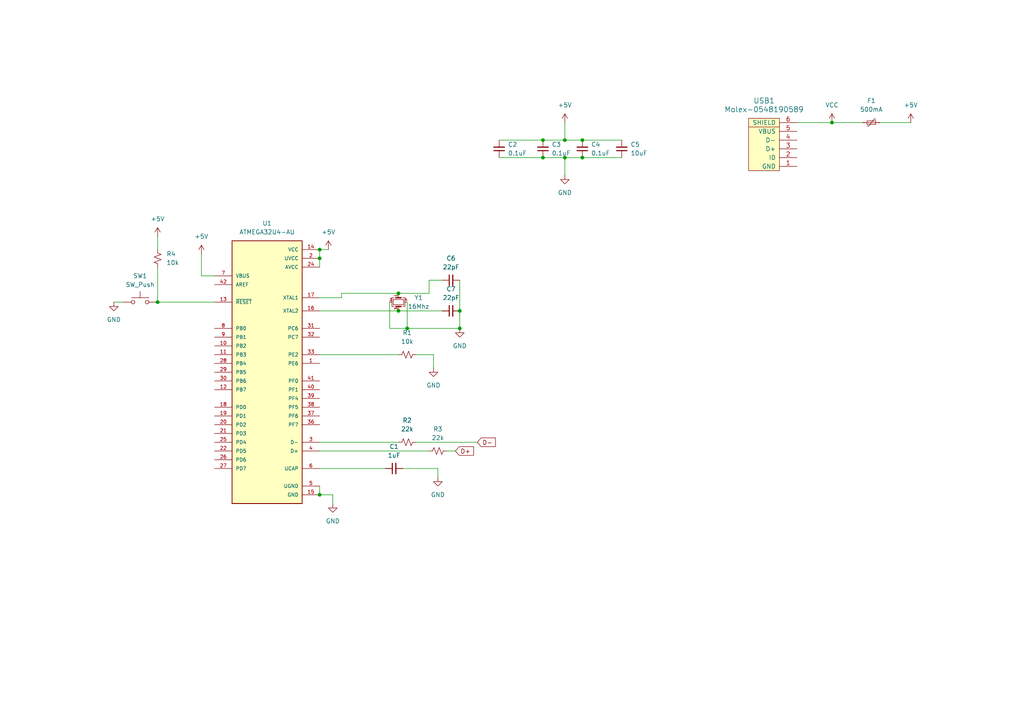
<source format=kicad_sch>
(kicad_sch (version 20231120) (generator "eeschema") (generator_version "8.0")
  (paper "A4")
  (lib_symbols
    (symbol "ATMEGA32U4-AU:ATMEGA32U4-AU" (pin_names (offset 1.016))
      (property "Reference" "U" (at -10.1752 39.4289 0))
      (property "Value" "ATMEGA32U4-AU" (at -10.1803 -41.9936 0))
      (symbol "ATMEGA32U4-AU_0_0"
        (rectangle (start -10.16 38.1) (end 10.16 -38.1) (stroke (width 0.254)) (fill (type background)))
        (pin bidirectional line (at 15.24 2.54 180) (length 5.08) (name "PE6") (number "1"))
        (pin bidirectional line (at -15.24 7.62 0) (length 5.08) (name "PB2") (number "10"))
        (pin bidirectional line (at -15.24 5.08 0) (length 5.08) (name "PB3") (number "11"))
        (pin bidirectional line (at -15.24 -5.08 0) (length 5.08) (name "PB7") (number "12"))
        (pin input line (at -15.24 20.32 0) (length 5.08) (name "~{RESET}") (number "13"))
        (pin power_in line (at 15.24 35.56 180) (length 5.08) (name "VCC") (number "14"))
        (pin power_in line (at 15.24 -35.56 180) (length 5.08) (name "GND") (number "15"))
        (pin output line (at 15.24 17.78 180) (length 5.08) (name "XTAL2") (number "16"))
        (pin input line (at 15.24 21.59 180) (length 5.08) (name "XTAL1") (number "17"))
        (pin bidirectional line (at -15.24 -10.16 0) (length 5.08) (name "PD0") (number "18"))
        (pin bidirectional line (at -15.24 -12.7 0) (length 5.08) (name "PD1") (number "19"))
        (pin power_in line (at 15.24 33.02 180) (length 5.08) (name "UVCC") (number "2"))
        (pin bidirectional line (at -15.24 -15.24 0) (length 5.08) (name "PD2") (number "20"))
        (pin bidirectional line (at -15.24 -17.78 0) (length 5.08) (name "PD3") (number "21"))
        (pin bidirectional line (at -15.24 -22.86 0) (length 5.08) (name "PD5") (number "22"))
        (pin power_in line (at 15.24 30.48 180) (length 5.08) (name "AVCC") (number "24"))
        (pin bidirectional line (at -15.24 -20.32 0) (length 5.08) (name "PD4") (number "25"))
        (pin bidirectional line (at -15.24 -25.4 0) (length 5.08) (name "PD6") (number "26"))
        (pin bidirectional line (at -15.24 -27.94 0) (length 5.08) (name "PD7") (number "27"))
        (pin bidirectional line (at -15.24 2.54 0) (length 5.08) (name "PB4") (number "28"))
        (pin bidirectional line (at -15.24 0 0) (length 5.08) (name "PB5") (number "29"))
        (pin bidirectional line (at 15.24 -20.32 180) (length 5.08) (name "D-") (number "3"))
        (pin bidirectional line (at -15.24 -2.54 0) (length 5.08) (name "PB6") (number "30"))
        (pin bidirectional line (at 15.24 12.7 180) (length 5.08) (name "PC6") (number "31"))
        (pin bidirectional line (at 15.24 10.16 180) (length 5.08) (name "PC7") (number "32"))
        (pin bidirectional line (at 15.24 5.08 180) (length 5.08) (name "PE2") (number "33"))
        (pin bidirectional line (at 15.24 -15.24 180) (length 5.08) (name "PF7") (number "36"))
        (pin bidirectional line (at 15.24 -12.7 180) (length 5.08) (name "PF6") (number "37"))
        (pin bidirectional line (at 15.24 -10.16 180) (length 5.08) (name "PF5") (number "38"))
        (pin bidirectional line (at 15.24 -7.62 180) (length 5.08) (name "PF4") (number "39"))
        (pin bidirectional line (at 15.24 -22.86 180) (length 5.08) (name "D+") (number "4"))
        (pin bidirectional line (at 15.24 -5.08 180) (length 5.08) (name "PF1") (number "40"))
        (pin bidirectional line (at 15.24 -2.54 180) (length 5.08) (name "PF0") (number "41"))
        (pin input line (at -15.24 25.4 0) (length 5.08) (name "AREF") (number "42"))
        (pin power_in line (at 15.24 -33.02 180) (length 5.08) (name "UGND") (number "5"))
        (pin passive line (at 15.24 -27.94 180) (length 5.08) (name "UCAP") (number "6"))
        (pin input line (at -15.24 27.94 0) (length 5.08) (name "VBUS") (number "7"))
        (pin bidirectional line (at -15.24 12.7 0) (length 5.08) (name "PB0") (number "8"))
        (pin bidirectional line (at -15.24 10.16 0) (length 5.08) (name "PB1") (number "9"))
      )
    )
    (symbol "Device:C_Small" (pin_numbers hide) (pin_names (offset 0.254) hide)
      (property "Reference" "C" (at 0.254 1.778 0))
      (property "Value" "C_Small" (at 0.254 -2.032 0))
      (symbol "C_Small_0_1"
        (polyline (pts (xy -1.524 -0.508) (xy 1.524 -0.508)) (stroke (width 0.3302)))
        (polyline (pts (xy -1.524 0.508) (xy 1.524 0.508)) (stroke (width 0.3048)))
      )
      (symbol "C_Small_1_1"
        (pin passive line (at 0 2.54 270) (length 2.032) (name "~") (number "1"))
        (pin passive line (at 0 -2.54 90) (length 2.032) (name "~") (number "2"))
      )
    )
    (symbol "Device:Crystal_GND24_Small" (pin_names (offset 1.016) hide)
      (property "Reference" "Y" (at 1.27 4.445 0))
      (property "Value" "Crystal_GND24_Small" (at 1.27 2.54 0))
      (symbol "Crystal_GND24_Small_0_1"
        (rectangle (start -0.762 -1.524) (end 0.762 1.524))
        (polyline (pts (xy -1.27 -0.762) (xy -1.27 0.762)) (stroke (width 0.381)))
        (polyline (pts (xy 1.27 -0.762) (xy 1.27 0.762)) (stroke (width 0.381)))
        (polyline (pts (xy -1.27 -1.27) (xy -1.27 -1.905) (xy 1.27 -1.905) (xy 1.27 -1.27)))
        (polyline (pts (xy -1.27 1.27) (xy -1.27 1.905) (xy 1.27 1.905) (xy 1.27 1.27)))
      )
      (symbol "Crystal_GND24_Small_1_1"
        (pin passive line (at -2.54 0 0) (length 1.27) (name "1") (number "1"))
        (pin passive line (at 0 -2.54 90) (length 0.635) (name "2") (number "2"))
        (pin passive line (at 2.54 0 180) (length 1.27) (name "3") (number "3"))
        (pin passive line (at 0 2.54 270) (length 0.635) (name "4") (number "4"))
      )
    )
    (symbol "Device:Polyfuse_Small" (pin_numbers hide) (pin_names (offset 0))
      (property "Reference" "F" (at -1.905 0 90))
      (property "Value" "Polyfuse_Small" (at 1.905 0 90))
      (symbol "Polyfuse_Small_0_1"
        (rectangle (start -0.508 1.27) (end 0.508 -1.27))
        (polyline (pts (xy 0 2.54) (xy 0 -2.54)))
        (polyline (pts (xy -1.016 1.27) (xy -1.016 0.762) (xy 1.016 -0.762) (xy 1.016 -1.27)))
      )
      (symbol "Polyfuse_Small_1_1"
        (pin passive line (at 0 2.54 270) (length 0.635) (name "~") (number "1"))
        (pin passive line (at 0 -2.54 90) (length 0.635) (name "~") (number "2"))
      )
    )
    (symbol "Device:R_Small_US" (pin_numbers hide) (pin_names (offset 0.254) hide)
      (property "Reference" "R" (at 0.762 0.508 0))
      (property "Value" "R_Small_US" (at 0.762 -1.016 0))
      (symbol "R_Small_US_1_1"
        (polyline (pts (xy 0 0) (xy 1.016 -0.381) (xy 0 -0.762) (xy -1.016 -1.143) (xy 0 -1.524)))
        (polyline (pts (xy 0 1.524) (xy 1.016 1.143) (xy 0 0.762) (xy -1.016 0.381) (xy 0 0)))
        (pin passive line (at 0 2.54 270) (length 1.016) (name "~") (number "1"))
        (pin passive line (at 0 -2.54 90) (length 1.016) (name "~") (number "2"))
      )
    )
    (symbol "Switch:SW_Push" (pin_numbers hide) (pin_names (offset 1.016) hide)
      (property "Reference" "SW" (at 1.27 2.54 0))
      (property "Value" "SW_Push" (at 0 -1.524 0))
      (symbol "SW_Push_0_1"
        (circle (center -2.032 0) (radius 0.508))
        (polyline (pts (xy 0 1.27) (xy 0 3.048)))
        (polyline (pts (xy 2.54 1.27) (xy -2.54 1.27)))
        (circle (center 2.032 0) (radius 0.508))
        (pin passive line (at -5.08 0 0) (length 2.54) (name "1") (number "1"))
        (pin passive line (at 5.08 0 180) (length 2.54) (name "2") (number "2"))
      )
    )
    (symbol "power:+5V" (power) (pin_numbers hide) (pin_names (offset 0) hide)
      (property "Value" "+5V" (at 0 3.556 0))
      (symbol "+5V_0_1"
        (polyline (pts (xy -0.762 1.27) (xy 0 2.54)))
        (polyline (pts (xy 0 0) (xy 0 2.54)))
        (polyline (pts (xy 0 2.54) (xy 0.762 1.27)))
      )
      (symbol "+5V_1_1"
        (pin power_in line (at 0 0 90) (length 0) (name "~") (number "1"))
      )
    )
    (symbol "power:GND" (power) (pin_numbers hide) (pin_names (offset 0) hide)
      (property "Value" "GND" (at 0 -3.81 0))
      (symbol "GND_0_1"
        (polyline (pts (xy 0 0) (xy 0 -1.27) (xy 1.27 -1.27) (xy 0 -2.54) (xy -1.27 -1.27) (xy 0 -1.27)))
      )
      (symbol "GND_1_1"
        (pin power_in line (at 0 0 270) (length 0) (name "~") (number "1"))
      )
    )
    (symbol "power:VCC" (power) (pin_numbers hide) (pin_names (offset 0) hide)
      (property "Value" "VCC" (at 0 3.556 0))
      (symbol "VCC_0_1"
        (polyline (pts (xy -0.762 1.27) (xy 0 2.54)))
        (polyline (pts (xy 0 0) (xy 0 2.54)))
        (polyline (pts (xy 0 2.54) (xy 0.762 1.27)))
      )
      (symbol "VCC_1_1"
        (pin power_in line (at 0 0 90) (length 0) (name "~") (number "1"))
      )
    )
    (symbol "random-keyboard-parts:Molex-0548190589" (pin_names (offset 1.016))
      (property "Reference" "USB" (at 0 7.62 0))
      (property "Value" "Molex-0548190589" (at 0 10.16 0))
      (symbol "Molex-0548190589_0_0"
        (polyline (pts (xy 6.35 -2.54) (xy 6.35 6.35)))
        (rectangle (start 8.89 -2.54) (end -6.35 6.35) (fill (type background)))
      )
      (symbol "Molex-0548190589_1_1"
        (pin input line (at -5.08 -7.62 90) (length 5.08) (name "GND") (number "1"))
        (pin input line (at -2.54 -7.62 90) (length 5.08) (name "ID") (number "2"))
        (pin input line (at 0 -7.62 90) (length 5.08) (name "D+") (number "3"))
        (pin input line (at 2.54 -7.62 90) (length 5.08) (name "D-") (number "4"))
        (pin input line (at 5.08 -7.62 90) (length 5.08) (name "VBUS") (number "5"))
        (pin input line (at 7.62 -7.62 90) (length 5.08) (name "SHIELD") (number "6"))
      )
    )
  )
  (junction (at 163.83 40.64))
  (junction (at 92.71 143.51))
  (junction (at 157.48 45.72))
  (junction (at 168.91 40.64))
  (junction (at 133.35 95.25))
  (junction (at 115.57 90.17))
  (junction (at 241.3 35.56))
  (junction (at 133.35 90.17))
  (junction (at 163.83 45.72))
  (junction (at 92.71 74.93))
  (junction (at 168.91 45.72))
  (junction (at 157.48 40.64))
  (junction (at 115.57 85.09))
  (junction (at 92.71 72.39))
  (junction (at 118.11 95.25))
  (junction (at 45.72 87.63))
  (wire (pts (xy 157.48 45.72) (xy 163.83 45.72)))
  (wire (pts (xy 115.57 85.09) (xy 124.46 85.09)))
  (wire (pts (xy 124.46 85.09) (xy 124.46 81.28)))
  (wire (pts (xy 92.71 90.17) (xy 115.57 90.17)))
  (wire (pts (xy 45.72 68.58) (xy 45.72 72.39)))
  (wire (pts (xy 168.91 45.72) (xy 180.34 45.72)))
  (wire (pts (xy 116.84 135.89) (xy 127 135.89)))
  (wire (pts (xy 127 135.89) (xy 127 138.43)))
  (wire (pts (xy 163.83 45.72) (xy 163.83 50.8)))
  (wire (pts (xy 118.11 95.25) (xy 113.03 95.25)))
  (wire (pts (xy 168.91 40.64) (xy 180.34 40.64)))
  (wire (pts (xy 163.83 35.56) (xy 163.83 40.64)))
  (wire (pts (xy 124.46 81.28) (xy 128.27 81.28)))
  (wire (pts (xy 133.35 81.28) (xy 133.35 90.17)))
  (wire (pts (xy 144.78 40.64) (xy 157.48 40.64)))
  (wire (pts (xy 113.03 87.63) (xy 113.03 95.25)))
  (wire (pts (xy 92.71 140.97) (xy 92.71 143.51)))
  (wire (pts (xy 125.73 102.87) (xy 125.73 106.68)))
  (wire (pts (xy 58.42 80.01) (xy 62.23 80.01)))
  (wire (pts (xy 92.71 72.39) (xy 92.71 74.93)))
  (wire (pts (xy 92.71 135.89) (xy 111.76 135.89)))
  (wire (pts (xy 96.52 143.51) (xy 96.52 146.05)))
  (wire (pts (xy 129.54 130.81) (xy 132.08 130.81)))
  (wire (pts (xy 92.71 74.93) (xy 92.71 77.47)))
  (wire (pts (xy 115.57 90.17) (xy 128.27 90.17)))
  (wire (pts (xy 45.72 87.63) (xy 62.23 87.63)))
  (wire (pts (xy 92.71 72.39) (xy 95.25 72.39)))
  (wire (pts (xy 241.3 35.56) (xy 250.19 35.56)))
  (wire (pts (xy 118.11 87.63) (xy 118.11 95.25)))
  (wire (pts (xy 255.27 35.56) (xy 264.16 35.56)))
  (wire (pts (xy 144.78 45.72) (xy 157.48 45.72)))
  (wire (pts (xy 163.83 45.72) (xy 168.91 45.72)))
  (wire (pts (xy 133.35 90.17) (xy 133.35 95.25)))
  (wire (pts (xy 92.71 86.36) (xy 99.06 86.36)))
  (wire (pts (xy 133.35 95.25) (xy 118.11 95.25)))
  (wire (pts (xy 99.06 86.36) (xy 99.06 85.09)))
  (wire (pts (xy 92.71 143.51) (xy 96.52 143.51)))
  (wire (pts (xy 92.71 102.87) (xy 115.57 102.87)))
  (wire (pts (xy 92.71 130.81) (xy 124.46 130.81)))
  (wire (pts (xy 231.14 35.56) (xy 241.3 35.56)))
  (wire (pts (xy 120.65 102.87) (xy 125.73 102.87)))
  (wire (pts (xy 33.02 87.63) (xy 35.56 87.63)))
  (wire (pts (xy 157.48 40.64) (xy 163.83 40.64)))
  (wire (pts (xy 58.42 73.66) (xy 58.42 80.01)))
  (wire (pts (xy 99.06 85.09) (xy 115.57 85.09)))
  (wire (pts (xy 45.72 77.47) (xy 45.72 87.63)))
  (wire (pts (xy 120.65 128.27) (xy 138.43 128.27)))
  (wire (pts (xy 92.71 128.27) (xy 115.57 128.27)))
  (wire (pts (xy 163.83 40.64) (xy 168.91 40.64)))
  (global_label "D+" (shape input) (at 132.08 130.81 0) (property "Intersheetrefs" "${INTERSHEET_REFS}" (effects (hide yes))))
  (global_label "D-" (shape input) (at 138.43 128.27 0) (property "Intersheetrefs" "${INTERSHEET_REFS}" (effects (hide yes))))
  (symbol (lib_id "Device:C_Small") (at 130.81 90.17 90) (unit 1)
    (property "Reference" "C7" (at 130.8163 83.82 90))
    (property "Value" "22pF" (at 130.8163 86.36 90))
    (property "Description" "Unpolarized capacitor, small symbol" (effects (hide yes)))
  )
  (symbol (lib_id "power:GND") (at 33.02 87.63 0) (unit 1)
    (property "Reference" "#PWR09" (effects (hide yes)))
    (property "Value" "GND" (at 33.02 92.71 0))
    (property "Description" "Power symbol creates a global label with name \"GND\" , ground" (effects (hide yes)))
  )
  (symbol (lib_id "power:VCC") (at 241.3 35.56 0) (unit 1)
    (property "Reference" "#PWR011" (effects (hide yes)))
    (property "Value" "VCC" (at 241.3 30.48 0))
    (property "Description" "Power symbol creates a global label with name \"VCC\"" (effects (hide yes)))
  )
  (symbol (lib_id "power:+5V") (at 45.72 68.58 0) (unit 1)
    (property "Reference" "#PWR010" (effects (hide yes)))
    (property "Value" "+5V" (at 45.72 63.5 0))
    (property "Description" "Power symbol creates a global label with name \"+5V\"" (effects (hide yes)))
  )
  (symbol (lib_id "power:GND") (at 96.52 146.05 0) (unit 1)
    (property "Reference" "#PWR02" (effects (hide yes)))
    (property "Value" "GND" (at 96.52 151.13 0))
    (property "Description" "Power symbol creates a global label with name \"GND\" , ground" (effects (hide yes)))
  )
  (symbol (lib_id "Device:R_Small_US") (at 127 130.81 90) (unit 1)
    (property "Reference" "R3" (at 127 124.46 90))
    (property "Value" "22k" (at 127 127 90))
    (property "Description" "Resistor, small US symbol" (effects (hide yes)))
  )
  (symbol (lib_id "Device:C_Small") (at 157.48 43.18 180) (unit 1)
    (property "Reference" "C3" (at 160.02 41.9035 0) (effects (justify right)))
    (property "Value" "0.1uF" (at 160.02 44.4435 0) (effects (justify right)))
    (property "Description" "Unpolarized capacitor, small symbol" (effects (hide yes)))
  )
  (symbol (lib_id "Device:R_Small_US") (at 118.11 128.27 90) (unit 1)
    (property "Reference" "R2" (at 118.11 121.92 90))
    (property "Value" "22k" (at 118.11 124.46 90))
    (property "Description" "Resistor, small US symbol" (effects (hide yes)))
  )
  (symbol (lib_id "Device:C_Small") (at 144.78 43.18 180) (unit 1)
    (property "Reference" "C2" (at 147.32 41.9035 0) (effects (justify right)))
    (property "Value" "0.1uF" (at 147.32 44.4435 0) (effects (justify right)))
    (property "Description" "Unpolarized capacitor, small symbol" (effects (hide yes)))
  )
  (symbol (lib_id "power:+5V") (at 58.42 73.66 0) (unit 1)
    (property "Reference" "#PWR07" (effects (hide yes)))
    (property "Value" "+5V" (at 58.42 68.58 0))
    (property "Description" "Power symbol creates a global label with name \"+5V\"" (effects (hide yes)))
  )
  (symbol (lib_id "Device:C_Small") (at 168.91 43.18 180) (unit 1)
    (property "Reference" "C4" (at 171.45 41.9035 0) (effects (justify right)))
    (property "Value" "0.1uF" (at 171.45 44.4435 0) (effects (justify right)))
    (property "Description" "Unpolarized capacitor, small symbol" (effects (hide yes)))
  )
  (symbol (lib_id "ATMEGA32U4-AU:ATMEGA32U4-AU") (at 77.47 107.95 0) (unit 1)
    (property "Reference" "U1" (at 77.47 64.77 0))
    (property "Value" "ATMEGA32U4-AU" (at 77.47 67.31 0))
    (property "Footprint" "ATMEGA32U4-AU:QFP80P1200X1200X120-44N" (effects (hide yes)))
    (property "MF" "Microchip" (effects (hide yes)))
    (property "Description_1" "\nMicrocontroller, USB controller 16/32K of ISP flash, TQFP44 industrial, 8-bit | Microchip Technology Inc. ATMEGA32U4-AU\n" (effects (hide yes)))
    (property "Package" "TQFP-44 Microchip" (effects (hide yes)))
    (property "Price" "None" (effects (hide yes)))
    (property "Check_prices" "https://www.snapeda.com/parts/ATMEGA32U4-AU/Microchip/view-part/?ref=eda" (effects (hide yes)))
    (property "SnapEDA_Link" "https://www.snapeda.com/parts/ATMEGA32U4-AU/Microchip/view-part/?ref=snap" (effects (hide yes)))
    (property "MP" "ATMEGA32U4-AU" (effects (hide yes)))
    (property "Purchase-URL" "https://www.snapeda.com/api/url_track_click_mouser/?unipart_id=50641&manufacturer=Microchip&part_name=ATMEGA32U4-AU&search_term=None" (effects (hide yes)))
    (property "Availability" "In Stock" (effects (hide yes)))
    (property "MANUFACTURER" "Atmel" (effects (hide yes)))
  )
  (symbol (lib_id "power:+5V") (at 95.25 72.39 0) (unit 1)
    (property "Reference" "#PWR01" (effects (hide yes)))
    (property "Value" "+5V" (at 95.25 67.31 0))
    (property "Description" "Power symbol creates a global label with name \"+5V\"" (effects (hide yes)))
  )
  (symbol (lib_id "random-keyboard-parts:Molex-0548190589") (at 223.52 43.18 90) (unit 1)
    (property "Reference" "USB1" (at 221.615 29.21 90) (effects (font (size 1.524 1.524))))
    (property "Value" "Molex-0548190589" (at 221.615 31.75 90) (effects (font (size 1.524 1.524))))
  )
  (symbol (lib_id "Switch:SW_Push") (at 40.64 87.63 0) (unit 1)
    (property "Reference" "SW1" (at 40.64 80.01 0))
    (property "Value" "SW_Push" (at 40.64 82.55 0))
    (property "Description" "Push button switch, generic, two pins" (effects (hide yes)))
  )
  (symbol (lib_id "Device:C_Small") (at 130.81 81.28 90) (unit 1)
    (property "Reference" "C6" (at 130.8163 74.93 90))
    (property "Value" "22pF" (at 130.8163 77.47 90))
    (property "Description" "Unpolarized capacitor, small symbol" (effects (hide yes)))
  )
  (symbol (lib_id "power:+5V") (at 264.16 35.56 0) (unit 1)
    (property "Reference" "#PWR012" (effects (hide yes)))
    (property "Value" "+5V" (at 264.16 30.48 0))
    (property "Description" "Power symbol creates a global label with name \"+5V\"" (effects (hide yes)))
  )
  (symbol (lib_id "power:+5V") (at 163.83 35.56 0) (unit 1)
    (property "Reference" "#PWR05" (effects (hide yes)))
    (property "Value" "+5V" (at 163.83 30.48 0))
    (property "Description" "Power symbol creates a global label with name \"+5V\"" (effects (hide yes)))
  )
  (symbol (lib_id "Device:C_Small") (at 180.34 43.18 180) (unit 1)
    (property "Reference" "C5" (at 182.88 41.9035 0) (effects (justify right)))
    (property "Value" "10uF" (at 182.88 44.4435 0) (effects (justify right)))
    (property "Description" "Unpolarized capacitor, small symbol" (effects (hide yes)))
  )
  (symbol (lib_id "power:GND") (at 125.73 106.68 0) (unit 1)
    (property "Reference" "#PWR03" (effects (hide yes)))
    (property "Value" "GND" (at 125.73 111.76 0))
    (property "Description" "Power symbol creates a global label with name \"GND\" , ground" (effects (hide yes)))
  )
  (symbol (lib_id "Device:R_Small_US") (at 118.11 102.87 90) (unit 1)
    (property "Reference" "R1" (at 118.11 96.52 90))
    (property "Value" "10k" (at 118.11 99.06 90))
    (property "Description" "Resistor, small US symbol" (effects (hide yes)))
  )
  (symbol (lib_id "Device:R_Small_US") (at 45.72 74.93 180) (unit 1)
    (property "Reference" "R4" (at 48.26 73.6599 0) (effects (justify right)))
    (property "Value" "10k" (at 48.26 76.1999 0) (effects (justify right)))
    (property "Description" "Resistor, small US symbol" (effects (hide yes)))
  )
  (symbol (lib_id "Device:Crystal_GND24_Small") (at 115.57 87.63 270) (unit 1)
    (property "Reference" "Y1" (at 121.412 86.36 90))
    (property "Value" "16Mhz" (at 121.412 88.9 90))
    (property "Description" "Four pin crystal, GND on pins 2 and 4, small symbol" (effects (hide yes)))
  )
  (symbol (lib_id "power:GND") (at 127 138.43 0) (unit 1)
    (property "Reference" "#PWR04" (effects (hide yes)))
    (property "Value" "GND" (at 127 143.51 0))
    (property "Description" "Power symbol creates a global label with name \"GND\" , ground" (effects (hide yes)))
  )
  (symbol (lib_id "power:GND") (at 163.83 50.8 0) (unit 1)
    (property "Reference" "#PWR06" (effects (hide yes)))
    (property "Value" "GND" (at 163.83 55.88 0))
    (property "Description" "Power symbol creates a global label with name \"GND\" , ground" (effects (hide yes)))
  )
  (symbol (lib_id "power:GND") (at 133.35 95.25 0) (unit 1)
    (property "Reference" "#PWR08" (effects (hide yes)))
    (property "Value" "GND" (at 133.35 100.33 0))
    (property "Description" "Power symbol creates a global label with name \"GND\" , ground" (effects (hide yes)))
  )
  (symbol (lib_id "Device:C_Small") (at 114.3 135.89 90) (unit 1)
    (property "Reference" "C1" (at 114.3063 129.54 90))
    (property "Value" "1uF" (at 114.3063 132.08 90))
    (property "Description" "Unpolarized capacitor, small symbol" (effects (hide yes)))
  )
  (symbol (lib_id "Device:Polyfuse_Small") (at 252.73 35.56 90) (unit 1)
    (property "Reference" "F1" (at 252.73 29.21 90))
    (property "Value" "500mA" (at 252.73 31.75 90))
    (property "Description" "Resettable fuse, polymeric positive temperature coefficient, small symbol" (effects (hide yes)))
  )
)
</source>
